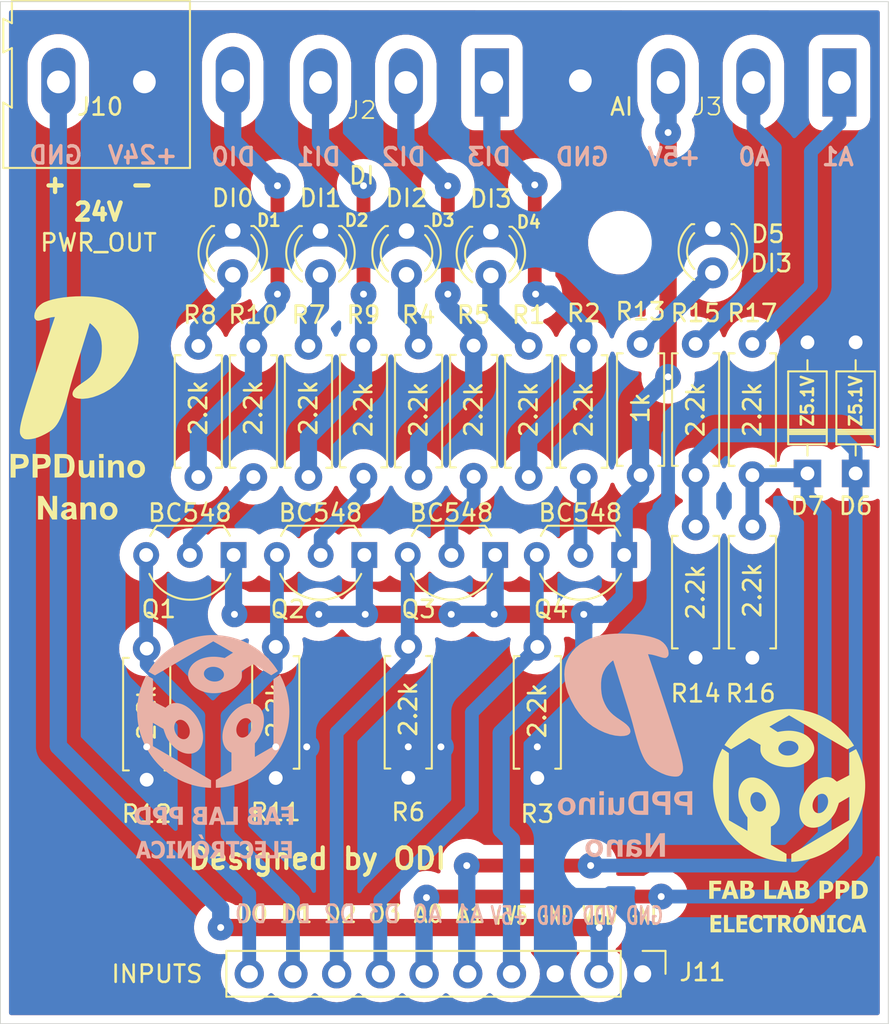
<source format=kicad_pcb>
(kicad_pcb (version 20240108) (generator "pcbnew") (generator_version "8.0")
  (layers (0 "F.Cu" signal) (31 "B.Cu" signal) (34 "B.Paste" user) (35 "F.Paste" user) (36 "B.SilkS" user "B.Silkscreen") (37 "F.SilkS" user "F.Silkscreen") (38 "B.Mask" user) (39 "F.Mask" user) (44 "Edge.Cuts" user))
  (net 0 "")
  (net 1 "/DI3m")
  (net 2 "/DI1m")
  (net 3 "GND")
  (net 4 "/DI0m")
  (net 5 "+5V")
  (net 6 "/AI0")
  (net 7 "/AI1")
  (net 8 "/DI2m")
  (net 9 "Net-(D1-A)")
  (net 10 "/AI1m")
  (net 11 "Net-(D2-A)")
  (net 12 "Net-(D3-A)")
  (net 13 "Net-(D4-A)")
  (net 14 "/DI0")
  (net 15 "/DI3")
  (net 16 "/DI1")
  (net 17 "/DI2")
  (net 18 "VDD")
  (net 19 "/AI0m")
  (net 20 "Net-(Q1-B)")
  (net 21 "Net-(Q2-B)")
  (net 22 "Net-(Q3-B)")
  (net 23 "Net-(Q4-B)")
  (net 24 "Net-(D5-A)")
  (footprint "Resistor_THT:R_Axial_DIN0207_L6.3mm_D2.5mm_P7.62mm_Horizontal" (layer "F.Cu") (at 151.1 106.51 90)
    (property "Reference" "R3" (at -2.09 0 180) (layer "F.SilkS"))
    (property "Value" "2.2k" (at 3.91 0 90) (layer "F.SilkS"))
    (pad "1" thru_hole circle (at 0 0 90) (size 1.6 1.6) (drill 0.8) (layers "*.Cu" "*.Mask") (net 3 "GND"))
    (pad "2" thru_hole oval (at 7.62 0 90) (size 1.6 1.6) (drill 0.8) (layers "*.Cu" "*.Mask") (net 1 "/DI3m"))
  )
  (footprint "Resistor_THT:R_Axial_DIN0207_L6.3mm_D2.5mm_P7.62mm_Horizontal" (layer "F.Cu") (at 137.8 89.02 90)
    (property "Reference" "R7" (at 9.42 0 180) (layer "F.SilkS"))
    (property "Value" "2.2k" (at 4.02 0 90) (layer "F.SilkS"))
    (pad "1" thru_hole circle (at 0 0 90) (size 1.6 1.6) (drill 0.8) (layers "*.Cu" "*.Mask") (net 16 "/DI1"))
    (pad "2" thru_hole oval (at 7.62 0 90) (size 1.6 1.6) (drill 0.8) (layers "*.Cu" "*.Mask") (net 11 "Net-(D2-A)"))
  )
  (footprint "Resistor_THT:R_Axial_DIN0207_L6.3mm_D2.5mm_P7.62mm_Horizontal" (layer "F.Cu") (at 141 81.38 -90)
    (property "Reference" "R9" (at -1.78 0 180) (layer "F.SilkS"))
    (property "Value" "2.2k" (at 3.72 0 90) (layer "F.SilkS"))
    (pad "1" thru_hole circle (at 0 0 270) (size 1.6 1.6) (drill 0.8) (layers "*.Cu" "*.Mask") (net 16 "/DI1"))
    (pad "2" thru_hole oval (at 7.62 0 270) (size 1.6 1.6) (drill 0.8) (layers "*.Cu" "*.Mask") (net 21 "Net-(Q2-B)"))
  )
  (footprint "Logo PPDuino Nano:Logo PPDuino Nano" (layer "F.Cu") (at 124.4 85)
    (property "Reference" "G***" (hide yes))
    (property "Value" "LOGO" (hide yes))
  )
  (footprint "Resistor_THT:R_Axial_DIN0207_L6.3mm_D2.5mm_P7.62mm_Horizontal" (layer "F.Cu") (at 147.4 81.38 -90)
    (property "Reference" "R5" (at -1.78 0 180) (layer "F.SilkS"))
    (property "Value" "2.2k" (at 3.72 0 90) (layer "F.SilkS"))
    (pad "1" thru_hole circle (at 0 0 270) (size 1.6 1.6) (drill 0.8) (layers "*.Cu" "*.Mask") (net 17 "/DI2"))
    (pad "2" thru_hole oval (at 7.62 0 270) (size 1.6 1.6) (drill 0.8) (layers "*.Cu" "*.Mask") (net 22 "Net-(Q3-B)"))
  )
  (footprint "Resistor_THT:R_Axial_DIN0207_L6.3mm_D2.5mm_P7.62mm_Horizontal" (layer "F.Cu") (at 144.2 89 90)
    (property "Reference" "R4" (at 9.4 0 180) (layer "F.SilkS"))
    (property "Value" "2.2k" (at 3.9 0 90) (layer "F.SilkS"))
    (pad "1" thru_hole circle (at 0 0 90) (size 1.6 1.6) (drill 0.8) (layers "*.Cu" "*.Mask") (net 17 "/DI2"))
    (pad "2" thru_hole oval (at 7.62 0 90) (size 1.6 1.6) (drill 0.8) (layers "*.Cu" "*.Mask") (net 12 "Net-(D3-A)"))
  )
  (footprint "Resistor_THT:R_Axial_DIN0207_L6.3mm_D2.5mm_P7.62mm_Horizontal" (layer "F.Cu") (at 134.6 81.4 -90)
    (property "Reference" "R10" (at -1.8 0 180) (layer "F.SilkS"))
    (property "Value" "2.2k" (at 3.6 0 90) (layer "F.SilkS"))
    (pad "1" thru_hole circle (at 0 0 270) (size 1.6 1.6) (drill 0.8) (layers "*.Cu" "*.Mask") (net 14 "/DI0"))
    (pad "2" thru_hole oval (at 7.62 0 270) (size 1.6 1.6) (drill 0.8) (layers "*.Cu" "*.Mask") (net 20 "Net-(Q1-B)"))
  )
  (footprint "Logo Fab Lab PPD Electronica:Logo Fab Lab PPD Electronica" (layer "F.Cu") (at 165.7 109)
    (property "Reference" "G***" (hide yes))
    (property "Value" "LOGO" (hide yes))
  )
  (footprint "Resistor_THT:R_Axial_DIN0207_L6.3mm_D2.5mm_P7.62mm_Horizontal" (layer "F.Cu") (at 150.6 89.02 90)
    (property "Reference" "R1" (at 9.42 0 180) (layer "F.SilkS"))
    (property "Value" "2.2k" (at 3.92 0 90) (layer "F.SilkS"))
    (pad "1" thru_hole circle (at 0 0 90) (size 1.6 1.6) (drill 0.8) (layers "*.Cu" "*.Mask") (net 15 "/DI3"))
    (pad "2" thru_hole oval (at 7.62 0 90) (size 1.6 1.6) (drill 0.8) (layers "*.Cu" "*.Mask") (net 13 "Net-(D4-A)"))
  )
  (footprint "Resistor_THT:R_Axial_DIN0207_L6.3mm_D2.5mm_P7.62mm_Horizontal" (layer "F.Cu") (at 160.3 81.29 -90)
    (property "Reference" "R15" (at -1.79 0 180) (layer "F.SilkS"))
    (property "Value" "2.2k" (at 3.81 0 90) (layer "F.SilkS"))
    (pad "1" thru_hole circle (at 0 0 270) (size 1.6 1.6) (drill 0.8) (layers "*.Cu" "*.Mask") (net 6 "/AI0"))
    (pad "2" thru_hole oval (at 7.62 0 270) (size 1.6 1.6) (drill 0.8) (layers "*.Cu" "*.Mask") (net 19 "/AI0m"))
  )
  (footprint "Resistor_THT:R_Axial_DIN0207_L6.3mm_D2.5mm_P7.62mm_Horizontal" (layer "F.Cu") (at 157.1 88.91 90)
    (property "Reference" "R13" (at 9.51 0 180) (layer "F.SilkS"))
    (property "Value" "1k" (at 3.91 0 90) (layer "F.SilkS"))
    (pad "1" thru_hole circle (at 0 0 90) (size 1.6 1.6) (drill 0.8) (layers "*.Cu" "*.Mask") (net 5 "+5V"))
    (pad "2" thru_hole oval (at 7.62 0 90) (size 1.6 1.6) (drill 0.8) (layers "*.Cu" "*.Mask") (net 24 "Net-(D5-A)"))
  )
  (footprint "Diode_THT:D_DO-35_SOD27_P7.62mm_Horizontal" (layer "F.Cu") (at 169.6 88.81 90)
    (property "Reference" "D6" (at -1.89 0 180) (layer "F.SilkS"))
    (property "Value" "Z5.1V" (at 4.21 0 90) (layer "F.SilkS") (effects (font (size 0.7 0.7))))
    (pad "1" thru_hole rect (at 0 0 90) (size 1.6 1.6) (drill 0.8) (layers "*.Cu" "*.Mask") (net 19 "/AI0m"))
    (pad "2" thru_hole oval (at 7.62 0 90) (size 1.6 1.6) (drill 0.8) (layers "*.Cu" "*.Mask") (net 3 "GND"))
  )
  (footprint "LED_THT:LED_D3.0mm_IRBlack" (layer "F.Cu") (at 143.5 74.725 -90)
    (property "Reference" "D3" (at -0.625 -2.1 180) (layer "F.SilkS") (effects (font (size 0.7 0.7))))
    (property "Value" "DI2" (at -1.915 0 180) (layer "F.SilkS"))
    (pad "1" thru_hole rect (at 0 0 270) (size 1.8 1.8) (drill 0.9) (layers "*.Cu" "*.Mask") (net 3 "GND"))
    (pad "2" thru_hole circle (at 2.54 0 270) (size 1.8 1.8) (drill 0.9) (layers "*.Cu" "*.Mask") (net 12 "Net-(D3-A)"))
  )
  (footprint "Borneras:TerminalBlock_Altech_AK300-2_P5.00mm" (layer "F.Cu") (at 128.265 66.0575 180)
    (property "Reference" "J10" (at 2.565 -1.4425 0) (layer "F.SilkS"))
    (property "Value" "PWR_OUT" (at 2.665 -9.3425 0) (layer "F.SilkS"))
    (pad "1" thru_hole rect (at 0 0 180) (size 1.98 3.96) (drill 1.32) (layers "*.Cu" "*.Mask") (net 3 "GND"))
    (pad "2" thru_hole oval (at 5 0 180) (size 1.98 3.96) (drill 1.32) (layers "*.Cu" "*.Mask") (net 18 "VDD"))
  )
  (footprint "Resistor_THT:R_Axial_DIN0207_L6.3mm_D2.5mm_P7.62mm_Horizontal" (layer "F.Cu") (at 143.6 106.5 90)
    (property "Reference" "R6" (at -2 0 180) (layer "F.SilkS"))
    (property "Value" "2.2k" (at 4 0 90) (layer "F.SilkS"))
    (pad "1" thru_hole circle (at 0 0 90) (size 1.6 1.6) (drill 0.8) (layers "*.Cu" "*.Mask") (net 3 "GND"))
    (pad "2" thru_hole oval (at 7.62 0 90) (size 1.6 1.6) (drill 0.8) (layers "*.Cu" "*.Mask") (net 8 "/DI2m"))
  )
  (footprint "Package_TO_SOT_THT:TO-92L_Inline_Wide" (layer "F.Cu") (at 156.15 93.55 180)
    (property "Reference" "Q4" (at 4.25 -3.15 0) (layer "F.SilkS"))
    (property "Value" "BC548" (at 2.55 2.45 0) (layer "F.SilkS"))
    (pad "1" thru_hole rect (at 0 0 180) (size 1.5 1.5) (drill 0.8) (layers "*.Cu" "*.Mask") (net 5 "+5V"))
    (pad "2" thru_hole circle (at 2.54 0 180) (size 1.5 1.5) (drill 0.8) (layers "*.Cu" "*.Mask") (net 23 "Net-(Q4-B)"))
    (pad "3" thru_hole circle (at 5.08 0 180) (size 1.5 1.5) (drill 0.8) (layers "*.Cu" "*.Mask") (net 1 "/DI3m"))
  )
  (footprint "Borneras:TerminalBlock_Altech_AK300-4_P5.00mm" (layer "F.Cu") (at 168.7 65.99 180)
    (property "Reference" "J3" (at 7.7 -1.51 0) (layer "F.SilkS") (effects (font (thickness 0.1))))
    (property "Value" "AI" (at 12.7 -1.51 0) (layer "F.SilkS"))
    (pad "1" thru_hole rect (at 0.04 -0.1 180) (size 1.98 3.96) (drill 1.32) (layers "*.Cu" "*.Mask") (net 7 "/AI1"))
    (pad "2" thru_hole oval (at 5.04 -0.1 180) (size 1.98 3.96) (drill 1.32) (layers "*.Cu" "*.Mask") (net 6 "/AI0"))
    (pad "3" thru_hole oval (at 10 -0.1 180) (size 1.98 3.96) (drill 1.32) (layers "*.Cu" "*.Mask") (net 5 "+5V"))
    (pad "4" thru_hole oval (at 15.1 0 180) (size 1.98 3.96) (drill 1.32) (layers "*.Cu" "*.Mask") (net 3 "GND"))
  )
  (footprint "Borneras:TerminalBlock_Altech_AK300-4_P5.00mm" (layer "F.Cu") (at 148.5 65.99 180)
    (property "Reference" "J2" (at 7.6 -1.71 0) (layer "F.SilkS") (effects (font (thickness 0.1))))
    (property "Value" "DI" (at 7.6 -5.51 0) (layer "F.SilkS"))
    (pad "1" thru_hole rect (at 0.04 -0.1 180) (size 1.98 3.96) (drill 1.32) (layers "*.Cu" "*.Mask") (net 15 "/DI3"))
    (pad "2" thru_hole oval (at 5.04 -0.1 180) (size 1.98 3.96) (drill 1.32) (layers "*.Cu" "*.Mask") (net 17 "/DI2"))
    (pad "3" thru_hole oval (at 10 -0.1 180) (size 1.98 3.96) (drill 1.32) (layers "*.Cu" "*.Mask") (net 16 "/DI1"))
    (pad "4" thru_hole oval (at 15.1 0 180) (size 1.98 3.96) (drill 1.32) (layers "*.Cu" "*.Mask") (net 14 "/DI0"))
  )
  (footprint "Package_TO_SOT_THT:TO-92L_Inline_Wide" (layer "F.Cu") (at 133.45 93.55 180)
    (property "Reference" "Q1" (at 4.35 -3.15 0) (layer "F.SilkS"))
    (property "Value" "BC548" (at 2.54 2.45 0) (layer "F.SilkS"))
    (pad "1" thru_hole rect (at 0 0 180) (size 1.5 1.5) (drill 0.8) (layers "*.Cu" "*.Mask") (net 5 "+5V"))
    (pad "2" thru_hole circle (at 2.54 0 180) (size 1.5 1.5) (drill 0.8) (layers "*.Cu" "*.Mask") (net 20 "Net-(Q1-B)"))
    (pad "3" thru_hole circle (at 5.08 0 180) (size 1.5 1.5) (drill 0.8) (layers "*.Cu" "*.Mask") (net 4 "/DI0m"))
  )
  (footprint "Resistor_THT:R_Axial_DIN0207_L6.3mm_D2.5mm_P7.62mm_Horizontal" (layer "F.Cu") (at 128.4 106.61 90)
    (property "Reference" "R12" (at -1.99 0 180) (layer "F.SilkS"))
    (property "Value" "2.2k" (at 3.91 0 90) (layer "F.SilkS"))
    (pad "1" thru_hole circle (at 0 0 90) (size 1.6 1.6) (drill 0.8) (layers "*.Cu" "*.Mask") (net 3 "GND"))
    (pad "2" thru_hole oval (at 7.62 0 90) (size 1.6 1.6) (drill 0.8) (layers "*.Cu" "*.Mask") (net 4 "/DI0m"))
  )
  (footprint "Resistor_THT:R_Axial_DIN0207_L6.3mm_D2.5mm_P7.62mm_Horizontal" (layer "F.Cu") (at 163.6 91.9 -90)
    (property "Reference" "R16" (at 9.7 0.1 180) (layer "F.SilkS"))
    (property "Value" "2.2k" (at 3.7 0 90) (layer "F.SilkS"))
    (pad "1" thru_hole circle (at 0 0 270) (size 1.6 1.6) (drill 0.8) (layers "*.Cu" "*.Mask") (net 10 "/AI1m"))
    (pad "2" thru_hole oval (at 7.62 0 270) (size 1.6 1.6) (drill 0.8) (layers "*.Cu" "*.Mask") (net 3 "GND"))
  )
  (footprint "Resistor_THT:R_Axial_DIN0207_L6.3mm_D2.5mm_P7.62mm_Horizontal" (layer "F.Cu") (at 163.6 81.29 -90)
    (property "Reference" "R17" (at -1.79 0 0) (layer "F.SilkS"))
    (property "Value" "2.2k" (at 3.81 0 90) (layer "F.SilkS"))
    (pad "1" thru_hole circle (at 0 0 270) (size 1.6 1.6) (drill 0.8) (layers "*.Cu" "*.Mask") (net 7 "/AI1"))
    (pad "2" thru_hole oval (at 7.62 0 270) (size 1.6 1.6) (drill 0.8) (layers "*.Cu" "*.Mask") (net 10 "/AI1m"))
  )
  (footprint "Diode_THT:D_DO-35_SOD27_P7.62mm_Horizontal" (layer "F.Cu") (at 166.8 88.81 90)
    (property "Reference" "D7" (at -1.89 0 0) (layer "F.SilkS"))
    (property "Value" "Z5.1V" (at 4.21 0 90) (layer "F.SilkS") (effects (font (size 0.7 0.7))))
    (pad "1" thru_hole rect (at 0 0 90) (size 1.6 1.6) (drill 0.8) (layers "*.Cu" "*.Mask") (net 10 "/AI1m"))
    (pad "2" thru_hole oval (at 7.62 0 90) (size 1.6 1.6) (drill 0.8) (layers "*.Cu" "*.Mask") (net 3 "GND"))
  )
  (footprint "LED_THT:LED_D3.0mm_IRBlack" (layer "F.Cu") (at 148.4 74.766421 -90)
    (property "Reference" "D4" (at -0.566421 -2.2 0) (layer "F.SilkS") (effects (font (size 0.7 0.7))))
    (property "Value" "DI3" (at -1.915 0 0) (layer "F.SilkS"))
    (pad "1" thru_hole rect (at 0 0 270) (size 1.8 1.8) (drill 0.9) (layers "*.Cu" "*.Mask") (net 3 "GND"))
    (pad "2" thru_hole circle (at 2.54 0 270) (size 1.8 1.8) (drill 0.9) (layers "*.Cu" "*.Mask") (net 13 "Net-(D4-A)"))
  )
  (footprint "MountingHole:MountingHole_3.2mm_M3" (layer "F.Cu") (at 155.9 75.4)
    (property "Reference" "REF**" (hide yes))
    (property "Value" "MountingHole_3.2mm_M3" (hide yes))
    (pad "" np_thru_hole circle (at 0 0) (size 3.2 3.2) (drill 3.2) (layers "*.Cu" "*.Mask"))
  )
  (footprint "LED_THT:LED_D3.0mm_IRBlack" (layer "F.Cu") (at 161.3 74.615 -90)
    (property "Reference" "D5" (at 0.285 -3.2 0) (layer "F.SilkS"))
    (property "Value" "DI3" (at 1.985 -3.4 0) (layer "F.SilkS"))
    (pad "1" thru_hole rect (at 0 0 270) (size 1.8 1.8) (drill 0.9) (layers "*.Cu" "*.Mask") (net 3 "GND"))
    (pad "2" thru_hole circle (at 2.54 0 270) (size 1.8 1.8) (drill 0.9) (layers "*.Cu" "*.Mask") (net 24 "Net-(D5-A)"))
  )
  (footprint "Resistor_THT:R_Axial_DIN0207_L6.3mm_D2.5mm_P7.62mm_Horizontal" (layer "F.Cu") (at 160.3 91.9 -90)
    (property "Reference" "R14" (at 9.7 0 180) (layer "F.SilkS"))
    (property "Value" "2.2k" (at 3.81 0 90) (layer "F.SilkS"))
    (pad "1" thru_hole circle (at 0 0 270) (size 1.6 1.6) (drill 0.8) (layers "*.Cu" "*.Mask") (net 19 "/AI0m"))
    (pad "2" thru_hole oval (at 7.62 0 270) (size 1.6 1.6) (drill 0.8) (layers "*.Cu" "*.Mask") (net 3 "GND"))
  )
  (footprint "LED_THT:LED_D3.0mm_IRBlack" (layer "F.Cu") (at 133.4 74.725 -90)
    (property "Reference" "D1" (at -0.625 -2.1 180) (layer "F.SilkS") (effects (font (size 0.7 0.7))))
    (property "Value" "DI0" (at -1.915 0 180) (layer "F.SilkS"))
    (pad "1" thru_hole rect (at 0 0 270) (size 1.8 1.8) (drill 0.9) (layers "*.Cu" "*.Mask") (net 3 "GND"))
    (pad "2" thru_hole circle (at 2.54 0 270) (size 1.8 1.8) (drill 0.9) (layers "*.Cu" "*.Mask") (net 9 "Net-(D1-A)"))
  )
  (footprint "Package_TO_SOT_THT:TO-92L_Inline_Wide" (layer "F.Cu") (at 141.05 93.55 180)
    (property "Reference" "Q2" (at 4.45 -3.15 0) (layer "F.SilkS"))
    (property "Value" "BC548" (at 2.55 2.45 0) (layer "F.SilkS"))
    (pad "1" thru_hole rect (at 0 0 180) (size 1.5 1.5) (drill 0.8) (layers "*.Cu" "*.Mask") (net 5 "+5V"))
    (pad "2" thru_hole circle (at 2.54 0 180) (size 1.5 1.5) (drill 0.8) (layers "*.Cu" "*.Mask") (net 21 "Net-(Q2-B)"))
    (pad "3" thru_hole circle (at 5.08 0 180) (size 1.5 1.5) (drill 0.8) (layers "*.Cu" "*.Mask") (net 2 "/DI1m"))
  )
  (footprint "Package_TO_SOT_THT:TO-92L_Inline_Wide" (layer "F.Cu") (at 148.65 93.55 180)
    (property "Reference" "Q3" (at 4.45 -3.15 0) (layer "F.SilkS"))
    (property "Value" "BC548" (at 2.54 2.45 0) (layer "F.SilkS"))
    (pad "1" thru_hole rect (at 0 0 180) (size 1.5 1.5) (drill 0.8) (layers "*.Cu" "*.Mask") (net 5 "+5V"))
    (pad "2" thru_hole circle (at 2.54 0 180) (size 1.5 1.5) (drill 0.8) (layers "*.Cu" "*.Mask") (net 22 "Net-(Q3-B)"))
    (pad "3" thru_hole circle (at 5.08 0 180) (size 1.5 1.5) (drill 0.8) (layers "*.Cu" "*.Mask") (net 8 "/DI2m"))
  )
  (footprint "Resistor_THT:R_Axial_DIN0207_L6.3mm_D2.5mm_P7.62mm_Horizontal" (layer "F.Cu") (at 153.8 81.4 -90)
    (property "Reference" "R2" (at -1.9 0 180) (layer "F.SilkS"))
    (property "Value" "2.2k" (at 3.7 0 90) (layer "F.SilkS"))
    (pad "1" thru_hole circle (at 0 0 270) (size 1.6 1.6) (drill 0.8) (layers "*.Cu" "*.Mask") (net 15 "/DI3"))
    (pad "2" thru_hole oval (at 7.62 0 270) (size 1.6 1.6) (drill 0.8) (layers "*.Cu" "*.Mask") (net 23 "Net-(Q4-B)"))
  )
  (footprint "LED_THT:LED_D3.0mm_IRBlack" (layer "F.Cu") (at 138.5 74.725 -90)
    (property "Reference" "D2" (at -0.625 -2.1 180) (layer "F.SilkS") (effects (font (size 0.7 0.7))))
    (property "Value" "DI1" (at -1.915 0 180) (layer "F.SilkS"))
    (pad "1" thru_hole rect (at 0 0 270) (size 1.8 1.8) (drill 0.9) (layers "*.Cu" "*.Mask") (net 3 "GND"))
    (pad "2" thru_hole circle (at 2.54 0 270) (size 1.8 1.8) (drill 0.9) (layers "*.Cu" "*.Mask") (net 11 "Net-(D2-A)"))
  )
  (footprint "Connector_PinHeader_2.54mm:PinHeader_1x10_P2.54mm_Vertical" (layer "F.Cu") (at 157.22 117.89 -90)
    (property "Reference" "J11" (at -0.09 -3.48 180) (layer "F.SilkS"))
    (property "Value" "INPUTS" (at 0.01 28.22 180) (layer "F.SilkS"))
    (pad "1" thru_hole rect (at 0 0 270) (size 1.7 1.7) (drill 1) (layers "*.Cu" "*.Mask") (net 3 "GND"))
    (pad "2" thru_hole oval (at 0 2.54 270) (size 1.7 1.7) (drill 1) (layers "*.Cu" "*.Mask") (net 18 "VDD"))
    (pad "3" thru_hole oval (at 0 5.08 270) (size 1.7 1.7) (drill 1) (layers "*.Cu" "*.Mask") (net 3 "GND"))
    (pad "4" thru_hole oval (at 0 7.62 270) (size 1.7 1.7) (drill 1) (layers "*.Cu" "*.Mask") (net 5 "+5V"))
    (pad "5" thru_hole oval (at 0 10.16 270) (size 1.7 1.7) (drill 1) (layers "*.Cu" "*.Mask") (net 10 "/AI1m"))
    (pad "6" thru_hole oval (at 0 12.7 270) (size 1.7 1.7) (drill 1) (layers "*.Cu" "*.Mask") (net 19 "/AI0m"))
    (pad "7" thru_hole oval (at 0 15.24 270) (size 1.7 1.7) (drill 1) (layers "*.Cu" "*.Mask") (net 1 "/DI3m"))
    (pad "8" thru_hole oval (at 0 17.78 270) (size 1.7 1.7) (drill 1) (layers "*.Cu" "*.Mask") (net 8 "/DI2m"))
    (pad "9" thru_hole oval (at 0 20.32 270) (size 1.7 1.7) (drill 1) (layers "*.Cu" "*.Mask") (net 2 "/DI1m"))
    (pad "10" thru_hole oval (at 0 22.86 270) (size 1.7 1.7) (drill 1) (layers "*.Cu" "*.Mask") (net 4 "/DI0m"))
  )
  (footprint "Resistor_THT:R_Axial_DIN0207_L6.3mm_D2.5mm_P7.62mm_Horizontal" (layer "F.Cu") (at 131.4 89.02 90)
    (property "Reference" "R8" (at 9.42 0.1 180) (layer "F.SilkS"))
    (property "Value" "2.2k" (at 4.02 0 90) (layer "F.SilkS"))
    (pad "1" thru_hole circle (at 0 0 90) (size 1.6 1.6) (drill 0.8) (layers "*.Cu" "*.Mask") (net 14 "/DI0"))
    (pad "2" thru_hole oval (at 7.62 0 90) (size 1.6 1.6) (drill 0.8) (layers "*.Cu" "*.Mask") (net 9 "Net-(D1-A)"))
  )
  (footprint "Resistor_THT:R_Axial_DIN0207_L6.3mm_D2.5mm_P7.62mm_Horizontal" (layer "F.Cu") (at 135.9 106.51 90)
    (property "Reference" "R11" (at -1.99 0 180) (layer "F.SilkS"))
    (property "Value" "2.2k" (at 3.91 0 90) (layer "F.SilkS"))
    (pad "1" thru_hole circle (at 0 0 90) (size 1.6 1.6) (drill 0.8) (layers "*.Cu" "*.Mask") (net 3 "GND"))
    (pad "2" thru_hole oval (at 7.62 0 90) (size 1.6 1.6) (drill 0.8) (layers "*.Cu" "*.Mask") (net 2 "/DI1m"))
  )
  (footprint "Logo Fab Lab PPD Electronica:Logo Fab Lab PPD Electronica" (layer "B.Cu") (at 132.3 104.7 180)
    (property "Reference" "G***" (hide yes))
    (property "Value" "LOGO" (hide yes))
  )
  (footprint "Logo PPDuino Nano:Logo PPDuino Nano" (layer "B.Cu") (at 156.2 104.6 180)
    (property "Reference" "G***" (hide yes))
    (property "Value" "LOGO" (hide yes))
  )
  (gr_rect (start 119.9 61.39) (end 171.5 120.79) (stroke (width 0.05)) (fill none) (layer "Edge.Cuts"))
  (gr_text "+24V  GND" (at 130.3 70.9 0) (layer "B.SilkS") (effects (font (size 1 1) (thickness 0.2) (bold yes)) (justify left bottom mirror)))
  (gr_text "A1 A0 D3 D2 D1 D0" (at 148.1 115 0) (layer "B.SilkS") (effects (font (size 1 0.95)) (justify left bottom mirror)))
  (gr_text "GND VDD GND +5V" (at 158.5 115.1 0) (layer "B.SilkS") (effects (font (size 1 0.7)) (justify left bottom mirror)))
  (gr_text "+5V   GND" (at 160.7 71 0) (layer "B.SilkS") (effects (font (size 1 1) (thickness 0.2) (bold yes)) (justify left bottom mirror)))
  (gr_text "A1    A0" (at 169.6 71 0) (layer "B.SilkS") (effects (font (size 1 1) (thickness 0.2) (bold yes)) (justify left bottom mirror)))
  (gr_text "DI3   DI2   DI1   DI0" (at 149.7 71 0) (layer "B.SilkS") (effects (font (size 1 1.05) (thickness 0.2) (bold yes)) (justify left bottom mirror)))
  (gr_text "Designed by ODI" (at 130.7 111.9 0) (layer "F.SilkS") (effects (font (size 1.2 1.2) (thickness 0.24) (bold yes)) (justify left bottom)))
  (gr_text "D0 D1 D2 D3 A0 A1" (at 133.5 115 0) (layer "F.SilkS") (effects (font (size 1 0.95)) (justify left bottom)))
  (gr_text "+     -\n24V" (at 125.6 74.2 0) (layer "F.SilkS") (effects (font (size 1 1) (thickness 0.25) (bold yes)) (justify bottom)))
  (gr_text "+V5 GND VDD GND" (at 148.3 115.1 0) (layer "F.SilkS") (effects (font (size 1 0.7)) (justify left bottom)))
  (segment (start 141.98 113.62) (end 147.3 108.3) (width 0.8) (layer "B.Cu") (net 1))
  (segment (start 141.98 117.89) (end 141.98 113.62) (width 0.8) (layer "B.Cu") (net 1))
  (segment (start 151.1 98.9) (end 151.1 98.89) (width 0.8) (layer "B.Cu") (net 1))
  (segment (start 151.07 93.55) (end 151.07 98.86) (width 0.8) (layer "B.Cu") (net 1))
  (segment (start 151.07 98.86) (end 151.1 98.89) (width 0.8) (layer "B.Cu") (net 1))
  (segment (start 147.3 108.3) (end 147.3 102.7) (width 0.8) (layer "B.Cu") (net 1))
  (segment (start 147.3 102.7) (end 151.1 98.9) (width 0.8) (layer "B.Cu") (net 1))
  (segment (start 135.97 98.82) (end 135.9 98.89) (width 0.8) (layer "B.Cu") (net 2))
  (segment (start 135.9 100.1) (end 133.1 102.9) (width 0.8) (layer "B.Cu") (net 2))
  (segment (start 135.9 93.62) (end 135.97 93.55) (width 0.8) (layer "B.Cu") (net 2))
  (segment (start 133.1 102.9) (end 133.1 109.8) (width 0.8) (layer "B.Cu") (net 2))
  (segment (start 133.1 109.8) (end 136.9 113.6) (width 0.8) (layer "B.Cu") (net 2))
  (segment (start 135.97 93.55) (end 135.97 98.82) (width 0.8) (layer "B.Cu") (net 2))
  (segment (start 136.9 113.6) (end 136.9 117.89) (width 0.8) (layer "B.Cu") (net 2))
  (segment (start 135.9 98.89) (end 135.9 100.1) (width 0.8) (layer "B.Cu") (net 2))
  (segment (start 145.5 104.7) (end 151.1 104.7) (width 1) (layer "F.Cu") (net 3))
  (segment (start 128.4 104.7) (end 135.9 104.7) (width 1) (layer "F.Cu") (net 3))
  (segment (start 137.7 104.7) (end 143.6 104.7) (width 1) (layer "F.Cu") (net 3))
  (via (at 143.6 104.7) (size 1.5) (drill 0.4) (layers "F.Cu" "B.Cu") (net 3))
  (via (at 151.1 104.7) (size 1.5) (drill 0.4) (layers "F.Cu" "B.Cu") (net 3))
  (via (at 135.9 104.7) (size 1.5) (drill 0.4) (layers "F.Cu" "B.Cu") (net 3))
  (via (at 137.7 104.7) (size 1.5) (drill 0.4) (layers "F.Cu" "B.Cu") (net 3))
  (via (at 145.5 104.7) (size 1.5) (drill 0.4) (layers "F.Cu" "B.Cu") (net 3))
  (via (at 128.4 104.7) (size 1.5) (drill 0.4) (layers "F.Cu" "B.Cu") (net 3))
  (segment (start 158.2 98.2) (end 158.2 90.8) (width 0.8) (layer "B.Cu") (net 3))
  (segment (start 125.9 102.1) (end 128.4 104.6) (width 1) (layer "B.Cu") (net 3))
  (segment (start 129.735 74.715) (end 128.06 76.39) (width 1) (layer "B.Cu") (net 3))
  (segment (start 153.6 68.9) (end 153.6 70.4) (width 1) (layer "B.Cu") (net 3))
  (segment (start 160.3 99.52) (end 160.28 99.5) (width 1) (layer "B.Cu") (net 3))
  (segment (start 129.9 74.715) (end 129.735 74.715) (width 1) (layer "B.Cu") (net 3))
  (segment (start 133.4 74.725) (end 138.5 74.725) (width 1) (layer "B.Cu") (net 3))
  (segment (start 158.2 100.1) (end 158.2 99.6) (width 1) (layer "B.Cu") (net 3))
  (segment (start 158.3 99.5) (end 158.2 99.4) (width 0.8) (layer "B.Cu") (net 3))
  (segment (start 135.9 106.51) (end 135.9 104.7) (width 1) (layer "B.Cu") (net 3))
  (segment (start 128.085 74.715) (end 128.06 74.69) (width 1) (layer "B.Cu") (net 3))
  (segment (start 157.22 117.89) (end 157.2 117.87) (width 1) (layer "B.Cu") (net 3))
  (segment (start 158.7 86.6) (end 160.9 84.4) (width 0.8) (layer "B.Cu") (net 3))
  (segment (start 150.733579 74.766421) (end 153.6 71.9) (width 1) (layer "B.Cu") (net 3))
  (segment (start 138.5 74.725) (end 143.5 74.725) (width 1) (layer "B.Cu") (net 3))
  (segment (start 158.2 90.8) (end 158.7 90.3) (width 0.8) (layer "B.Cu") (net 3))
  (segment (start 152.14 106.55) (end 152.1 106.51) (width 1) (layer "B.Cu") (net 3))
  (segment (start 143.6 106.5) (end 143.6 104.7) (width 1) (layer "B.Cu") (net 3))
  (segment (start 143.6 104.7) (end 145.5 104.7) (width 1) (layer "B.Cu") (net 3))
  (segment (start 159.5 99.5) (end 158.3 99.5) (width 1) (layer "B.Cu") (net 3))
  (segment (start 158.2 101) (end 158.2 100.1) (width 1) (layer "B.Cu") (net 3))
  (segment (start 135.9 104.7) (end 137.7 104.7) (width 1) (layer "B.Cu") (net 3))
  (segment (start 128.4 104.6) (end 128.4 104.7) (width 1) (layer "B.Cu") (net 3))
  (segment (start 163.6 99.52) (end 162.5 99.52) (width 1) (layer "B.Cu") (net 3))
  (segment (start 155.1 70.4) (end 153.6 70.4) (width 1) (layer "B.Cu") (net 3))
  (segment (start 152.14 117.89) (end 152.14 113.4) (width 1) (layer "B.Cu") (net 3))
  (segment (start 169.6 81.19) (end 166.8 81.19) (width 1) (layer "B.Cu") (net 3))
  (segment (start 158.2 100.1) (end 158.2 98.2) (width 1) (layer "B.Cu") (net 3))
  (segment (start 165.4 84.4) (end 166.8 83) (width 1) (layer "B.Cu") (net 3))
  (segment (start 151.1 106.51) (end 151.1 104.7) (width 1) (layer "B.Cu") (net 3))
  (segment (start 155.1 70.4) (end 153.6 68.9) (width 1) (layer "B.Cu") (net 3))
  (segment (start 153.6 70.4) (end 153.6 71.9) (width 1) (layer "B.Cu") (net 3))
  (segment (start 158.7 90.3) (end 158.7 86.6) (width 0.8) (layer "B.Cu") (net 3))
  (segment (start 158.2 99.4) (end 158.2 98.2) (width 0.8) (layer "B.Cu") (net 3))
  (segment (start 152.79 106.51) (end 158.2 101.1) (width 1) (layer "B.Cu") (net 3))
  (segment (start 166.8 83) (end 166.8 81.19) (width 1) (layer "B.Cu") (net 3))
  (segment (start 148.358579 74.725) (end 148.4 74.766421) (width 1) (layer "B.Cu") (net 3))
  (segment (start 129.685 74.715) (end 128.06 73.09) (width 1) (layer "B.Cu") (net 3))
  (segment (start 159.5 99.7) (end 159.5 99.5) (width 1) (layer "B.Cu") (net 3))
  (segment (start 157.085 70.4) (end 155.1 70.4) (width 1) (layer "B.Cu") (net 3))
  (segment (start 128.06 66.2625) (end 128.06 73.09) (width 1) (layer "B.Cu") (net 3))
  (segment (start 128.06 73.09) (end 128.06 74.69) (width 1) (layer "B.Cu") (net 3))
  (segment (start 152.1 106.51) (end 152.79 106.51) (width 1) (layer "B.Cu") (net 3))
  (segment (start 151.1 106.51) (end 152.1 106.51) (width 1) (layer "B.Cu") (net 3))
  (segment (start 153.6 65.99) (end 153.6 68.9) (width 1) (layer "B.Cu") (net 3))
  (segment (start 158.2 99.6) (end 158.3 99.5) (width 1) (layer "B.Cu") (net 3))
  (segment (start 161.3 74.615) (end 157.085 70.4) (width 1) (layer "B.Cu") (net 3))
  (segment (start 148.4 74.766421) (end 150.733579 74.766421) (width 1) (layer "B.Cu") (net 3))
  (segment (start 128.06 76.39) (end 125.9 78.55) (width 1) (layer "B.Cu") (net 3))
  (segment (start 161.215 74.7) (end 161.3 74.615) (width 1) (layer "B.Cu") (net 3))
  (segment (start 159.5 99.5) (end 158.2 98.2) (width 1) (layer "B.Cu") (net 3))
  (segment (start 128.4 104.7) (end 128.4 106.61) (width 1) (layer "B.Cu") (net 3))
  (segment (start 157.2 117.87) (end 157.2 115.2) (width 1) (layer "B.Cu") (net 3))
  (segment (start 129.91 74.725) (end 133.4 74.725) (width 1) (layer "B.Cu") (net 3))
  (segment (start 125.9 78.55) (end 125.9 102.1) (width 1) (layer "B.Cu") (net 3))
  (segment (start 143.5 74.725) (end 148.358579 74.725) (width 1) (layer "B.Cu") (net 3))
  (segment (start 160.28 99.5) (end 159.5 99.5) (width 1) (layer "B.Cu") (net 3))
  (segment (start 155.4 113.4) (end 152.14 113.4) (width 1) (layer "B.Cu") (net 3))
  (segment (start 129.9 74.715) (end 128.085 74.715) (width 1) (layer "B.Cu") (net 3))
  (segment (start 158.2 101) (end 159.5 99.7) (width 1) (layer "B.Cu") (net 3))
  (segment (start 162.5 99.52) (end 160.3 99.52) (width 1) (layer "B.Cu") (net 3))
  (segment (start 129.735 74.715) (end 129.685 74.715) (width 1) (layer "B.Cu") (net 3))
  (segment (start 129.9 74.715) (end 129.91 74.725) (width 1) (layer "B.Cu") (net 3))
  (segment (start 128.265 66.0575) (end 128.06 66.2625) (width 1) (layer "B.Cu") (net 3))
  (segment (start 160.9 84.4) (end 165.4 84.4) (width 1) (layer "B.Cu") (net 3))
  (segment (start 128.06 74.69) (end 128.06 76.39) (width 1) (layer "B.Cu") (net 3))
  (segment (start 153.6 71.9) (end 155.1 70.4) (width 1) (layer "B.Cu") (net 3))
  (segment (start 158.2 101.1) (end 158.2 101) (width 1) (layer "B.Cu") (net 3))
  (segment (start 152.14 113.4) (end 152.14 106.55) (width 1) (layer "B.Cu") (net 3))
  (segment (start 157.2 115.2) (end 155.4 113.4) (width 1) (layer "B.Cu") (net 3))
  (segment (start 134.36 113.26) (end 131.4 110.3) (width 0.8) (layer "B.Cu") (net 4))
  (segment (start 131.4 110.3) (end 131.4 102.9) (width 0.8) (layer "B.Cu") (net 4))
  (segment (start 134.36 117.89) (end 134.36 113.26) (width 0.8) (layer "B.Cu") (net 4))
  (segment (start 128.37 98.96) (end 128.4 98.99) (width 0.8) (layer "B.Cu") (net 4))
  (segment (start 128.37 93.55) (end 128.37 98.96) (width 0.8) (layer "B.Cu") (net 4))
  (segment (start 128.4 99.9) (end 128.4 98.99) (width 0.8) (layer "B.Cu") (net 4))
  (segment (start 131.4 102.9) (end 128.4 99.9) (width 0.8) (layer "B.Cu") (net 4))
  (segment (start 138.4 97) (end 133.5 97) (width 1) (layer "F.Cu") (net 5))
  (segment (start 153.8 97) (end 148.6 97) (width 1) (layer "F.Cu") (net 5))
  (segment (start 146.1 97) (end 141.1 97) (width 1) (layer "F.Cu") (net 5))
  (segment (start 158.7 69) (end 158.7 83.2) (width 1) (layer "F.Cu") (net 5))
  (via (at 153.8 97) (size 1.5) (drill 0.4) (layers "F.Cu" "B.Cu") (net 5))
  (via (at 141.1 97) (size 1.5) (drill 0.4) (layers "F.Cu" "B.Cu") (net 5))
  (via (at 148.6 97) (size 1.5) (drill 0.4) (layers "F.Cu" "B.Cu") (net 5))
  (via (at 146.1 97) (size 1.5) (drill 0.4) (layers "F.Cu" "B.Cu") (net 5))
  (via (at 158.7 83.2) (size 1.5) (drill 0.4) (layers "F.Cu" "B.Cu") (net 5))
  (via (at 133.5 97) (size 1.5) (drill 0.4) (layers "F.Cu" "B.Cu") (net 5))
  (via (at 138.4 97) (size 1.5) (drill 0.4) (layers "F.Cu" "B.Cu") (net 5))
  (via (at 158.7 69) (size 1.5) (drill 0.4) (layers "F.Cu" "B.Cu") (net 5))
  (segment (start 149.6 110.1) (end 149 109.5) (width 1) (layer "B.Cu") (net 5))
  (segment (start 156.15 93.55) (end 156.15 95.95) (width 1) (layer "B.Cu") (net 5))
  (segment (start 158.7 83.2) (end 157.1 84.8) (width 1) (layer "B.Cu") (net 5))
  (segment (start 156.15 95.95) (end 155.1 97) (width 1) (layer "B.Cu") (net 5))
  (segment (start 149.6 117.89) (end 149.6 110.1) (width 1) (layer "B.Cu") (net 5))
  (segment (start 148.6 97) (end 146.1 97) (width 1) (layer "B.Cu") (net 5))
  (segment (start 148.65 93.55) (end 148.65 96.95) (width 1) (layer "B.Cu") (net 5))
  (segment (start 141.05 96.95) (end 141.1 97) (width 1) (layer "B.Cu") (net 5))
  (segment (start 157.1 84.8) (end 157.1 88.91) (width 1) (layer "B.Cu") (net 5))
  (segment (start 157.1 89.7) (end 157.1 88.91) (width 1) (layer "B.Cu") (net 5))
  (segment (start 149 109.5) (end 149 103.9) (width 1) (layer "B.Cu") (net 5))
  (segment (start 156.15 90.65) (end 157.1 89.7) (width 1) (layer "B.Cu") (net 5))
  (segment (start 141.1 97) (end 138.4 97) (width 1) (layer "B.Cu") (net 5))
  (segment (start 141.05 93.55) (end 141.05 96.95) (width 1) (layer "B.Cu") (net 5))
  (segment (start 156.15 93.55) (end 156.15 90.65) (width 1) (layer "B.Cu") (net 5))
  (segment (start 153.8 99.1) (end 153.8 97) (width 1) (layer "B.Cu") (net 5))
  (segment (start 133.45 93.55) (end 133.45 96.95) (width 1) (layer "B.Cu") (net 5))
  (segment (start 133.45 96.95) (end 133.5 97) (width 1) (layer "B.Cu") (net 5))
  (segment (start 148.65 96.95) (end 148.6 97) (width 1) (layer "B.Cu") (net 5))
  (segment (start 157.1 88.91) (end 157.18 88.99) (width 1) (layer "B.Cu") (net 5))
  (segment (start 149 103.9) (end 153.8 99.1) (width 1) (layer "B.Cu") (net 5))
  (segment (start 158.7 66.09) (end 158.7 69) (width 1) (layer "B.Cu") (net 5))
  (segment (start 155.1 97) (end 153.8 97) (width 1) (layer "B.Cu") (net 5))
  (segment (start 163.66 68.66) (end 164.9 69.9) (width 0.8) (layer "B.Cu") (net 6))
  (segment (start 164.9 69.9) (end 164.9 76.69) (width 0.8) (layer "B.Cu") (net 6))
  (segment (start 164.9 76.69) (end 160.3 81.29) (width 0.8) (layer "B.Cu") (net 6))
  (segment (start 163.66 66.09) (end 163.66 68.66) (width 0.8) (layer "B.Cu") (net 6))
  (segment (start 163.61 81.29) (end 163.6 81.29) (width 0.8) (layer "B.Cu") (net 7))
  (segment (start 168.66 68.45) (end 167 70.11) (width 0.8) (layer "B.Cu") (net 7))
  (segment (start 167 77.9) (end 163.61 81.29) (width 0.8) (layer "B.Cu") (net 7))
  (segment (start 167 70.11) (end 167 77.9) (width 0.8) (layer "B.Cu") (net 7))
  (segment (start 168.66 66.09) (end 168.66 68.45) (width 0.8) (layer "B.Cu") (net 7))
  (segment (start 139.44 103.86) (end 143.6 99.7) (width 0.8) (layer "B.Cu") (net 8))
  (segment (start 143.57 93.55) (end 143.6 93.58) (width 0.8) (layer "B.Cu") (net 8))
  (segment (start 143.57 93.55) (end 143.57 98.85) (width 0.8) (layer "B.Cu") (net 8))
  (segment (start 143.6 99.7) (end 143.6 98.88) (width 0.8) (layer "B.Cu") (net 8))
  (segment (start 139.44 117.89) (end 139.44 103.86) (width 0.8) (layer "B.Cu") (net 8))
  (segment (start 143.57 98.85) (end 143.6 98.88) (width 0.8) (layer "B.Cu") (net 8))
  (segment (start 133.4 78.4) (end 133.4 77.265) (width 1) (layer "B.Cu") (net 9))
  (segment (start 131.4 80.4) (end 133.4 78.4) (width 1) (layer "B.Cu") (net 9))
  (segment (start 131.4 81.4) (end 131.4 80.4) (width 1) (layer "B.Cu") (net 9))
  (segment (start 154.2 111.6) (end 147 111.6) (width 0.8) (layer "F.Cu") (net 10))
  (via (at 154.2 111.6) (size 1.5) (drill 0.4) (layers "F.Cu" "B.Cu") (net 10))
  (via (at 147 111.6) (size 1.5) (drill 0.4) (layers "F.Cu" "B.Cu") (net 10))
  (segment (start 147 111.6) (end 147 117.83) (width 1) (layer "B.Cu") (net 10))
  (segment (start 166.7 88.91) (end 166.8 88.81) (width 0.8) (layer "B.Cu") (net 10))
  (segment (start 154.2 111.6) (end 166 111.6) (width 0.8) (layer "B.Cu") (net 10))
  (segment (start 163.6 88.91) (end 163.6 91.9) (width 0.8) (layer "B.Cu") (net 10))
  (segment (start 166.8 90.1) (end 166.8 88.81) (width 0.8) (layer "B.Cu") (net 10))
  (segment (start 166 111.6) (end 167.8 109.8) (width 0.8) (layer "B.Cu") (net 10))
  (segment (start 163.6 88.91) (end 166.7 88.91) (width 0.8) (layer "B.Cu") (net 10))
  (segment (start 167.8 91.1) (end 166.8 90.1) (width 0.8) (layer "B.Cu") (net 10))
  (segment (start 167.8 109.8) (end 167.8 91.1) (width 0.8) (layer "B.Cu") (net 10))
  (segment (start 147 117.83) (end 147.06 117.89) (width 1) (layer "B.Cu") (net 10))
  (segment (start 138.5 77.265) (end 138.5 79.1) (width 1) (layer "B.Cu") (net 11))
  (segment (start 137.8 79.8) (end 137.8 81.4) (width 1) (layer "B.Cu") (net 11))
  (segment (start 138.5 79.1) (end 137.8 79.8) (width 1) (layer "B.Cu") (net 11))
  (segment (start 144.2 80.2) (end 143.5 79.5) (width 1) (layer "B.Cu") (net 12))
  (segment (start 143.5 79.5) (end 143.5 77.265) (width 1) (layer "B.Cu") (net 12))
  (segment (start 144.2 81.38) (end 144.2 80.2) (width 1) (layer "B.Cu") (net 12))
  (segment (start 148.4 77.306421) (end 148.4 79.2) (width 1) (layer "B.Cu") (net 13))
  (segment (start 148.4 79.2) (end 150.6 81.4) (width 1) (layer "B.Cu") (net 13))
  (segment (start 136 72.09) (end 136 78.39) (width 0.8) (layer "F.Cu") (net 14))
  (via (at 136 78.39) (size 1.5) (drill 0.4) (layers "F.Cu" "B.Cu") (net 14))
  (via (at 136 72.09) (size 1.5) (drill 0.4) (layers "F.Cu" "B.Cu") (net 14))
  (segment (start 134.6 83.29) (end 134.6 81.4) (width 1) (layer "B.Cu") (net 14))
  (segment (start 131.4 86.49) (end 134.6 83.29) (width 1) (layer "B.Cu") (net 14))
  (segment (start 131.4 89.02) (end 131.4 86.49) (width 1) (layer "B.Cu") (net 14))
  (segment (start 136 78.39) (end 136 78.99) (width 0.6) (layer "B.Cu") (net 14))
  (segment (start 133.4 65.99) (end 133.4 69.49) (width 1) (layer "B.Cu") (net 14))
  (segment (start 133.4 69.49) (end 136 72.09) (width 1) (layer "B.Cu") (net 14))
  (segment (start 136 78.99) (end 134.6 80.39) (width 1) (layer "B.Cu") (net 14))
  (segment (start 134.6 80.39) (end 134.6 81.4) (width 1) (layer "B.Cu") (net 14))
  (segment (start 150.95 78.34) (end 151 78.39) (width 0.6) (layer "F.Cu") (net 15))
  (segment (start 150.95 72.04) (end 150.95 78.34) (width 0.8) (layer "F.Cu") (net 15))
  (via (at 150.95 72.04) (size 1.5) (drill 0.4) (layers "F.Cu" "B.Cu") (net 15))
  (via (at 151 78.39) (size 1.5) (drill 0.4) (layers "F.Cu" "B.Cu") (net 15))
  (segment (start 151.9 78.39) (end 153.8 80.29) (width 1) (layer "B.Cu") (net 15))
  (segment (start 150.6 86.89) (end 153.8 83.69) (width 1) (layer "B.Cu") (net 15))
  (segment (start 151 78.39) (end 151.9 78.39) (width 1) (layer "B.Cu") (net 15))
  (segment (start 153.8 80.29) (end 153.8 81.4) (width 1) (layer "B.Cu") (net 15))
  (segment (start 150.95 72.04) (end 151 71.99) (width 0.6) (layer "B.Cu") (net 15))
  (segment (start 150.6 89.02) (end 150.6 86.89) (width 1) (layer "B.Cu") (net 15))
  (segment (start 150.95 72.04) (end 148.46 69.55) (width 1) (layer "B.Cu") (net 15))
  (segment (start 148.46 69.55) (end 148.46 66.09) (width 1) (layer "B.Cu") (net 15))
  (segment (start 153.8 83.69) (end 153.8 81.4) (width 1) (layer "B.Cu") (net 15))
  (segment (start 141 72.09) (end 141 78.39) (width 0.8) (layer "F.Cu") (net 16))
  (via (at 141 78.39) (size 1.5) (drill 0.4) (layers "F.Cu" "B.Cu") (net 16))
  (via (at 141 72.09) (size 1.5) (drill 0.4) (layers "F.Cu" "B.Cu") (net 16))
  (segment (start 141 81.38) (end 141 78.39) (width 1) (layer "B.Cu") (net 16))
  (segment (start 138.5 66.09) (end 138.5 69.59) (width 1) (layer "B.Cu") (net 16))
  (segment (start 138.5 69.59) (end 141 72.09) (width 1) (layer "B.Cu") (net 16))
  (segment (start 137.8 89.02) (end 137.8 86.69) (width 1) (layer "B.Cu") (net 16))
  (segment (start 137.8 86.69) (end 141 83.49) (width 1) (layer "B.Cu") (net 16))
  (segment (start 141 83.49) (end 141 81.38) (width 1) (layer "B.Cu") (net 16))
  (segment (start 145.9 72.09) (end 145.9 78.39) (width 0.8) (layer "F.Cu") (net 17))
  (via (at 145.9 72.09) (size 1.5) (drill 0.4) (layers "F.Cu" "B.Cu") (net 17))
  (via (at 145.9 78.39) (size 1.5) (drill 0.4) (layers "F.Cu" "B.Cu") (net 17))
  (segment (start 147.4 80.59) (end 147.4 81.38) (width 1) (layer "B.Cu") (net 17))
  (segment (start 145.9 78.39) (end 145.9 79.09) (width 1) (layer "B.Cu") (net 17))
  (segment (start 143.46 66.09) (end 143.46 69.65) (width 1) (layer "B.Cu") (net 17))
  (segment (start 144.2 86.89) (end 147.4 83.69) (width 1) (layer "B.Cu") (net 17))
  (segment (start 144.2 89) (end 144.2 86.89) (width 1) (layer "B.Cu") (net 17))
  (segment (start 143.46 69.65) (end 145.9 72.09) (width 1) (layer "B.Cu") (net 17))
  (segment (start 145.9 79.09) (end 147.4 80.59) (width 1) (layer "B.Cu") (net 17))
  (segment (start 147.4 83.69) (end 147.4 81.38) (width 1) (layer "B.Cu") (net 17))
  (segment (start 132.7 115.2) (end 154.7 115.2) (width 1) (layer "F.Cu") (net 18))
  (via (at 154.7 115.2) (size 1.5) (drill 0.4) (layers "F.Cu" "B.Cu") (net 18))
  (via (at 132.7 115.2) (size 1.5) (drill 0.4) (layers "F.Cu" "B.Cu") (net 18))
  (segment (start 132.7 115.2) (end 132.7 114.1) (width 1) (layer "B.Cu") (net 18))
  (segment (start 123.265 104.665) (end 123.265 66.0575) (width 1) (layer "B.Cu") (net 18))
  (segment (start 132.7 114.1) (end 123.265 104.665) (width 1) (layer "B.Cu") (net 18))
  (segment (start 154.7 115.2) (end 154.7 117.87) (width 1) (layer "B.Cu") (net 18))
  (segment (start 154.7 117.87) (end 154.68 117.89) (width 1) (layer "B.Cu") (net 18))
  (segment (start 144.72 113.4) (end 144.66 113.46) (width 0.8) (layer "F.Cu") (net 19))
  (segment (start 158.3 113.4) (end 144.72 113.4) (width 0.8) (layer "F.Cu") (net 19))
  (via (at 158.3 113.4) (size 1.5) (drill 0.4) (layers "F.Cu" "B.Cu") (net 19))
  (via (at 144.66 113.46) (size 1.5) (drill 0.4) (layers "F.Cu" "B.Cu") (net 19))
  (segment (start 169.6 87.5) (end 169.6 88.81) (width 0.8) (layer "B.Cu") (net 19))
  (segment (start 168.7 86.6) (end 169.6 87.5) (width 0.8) (layer "B.Cu") (net 19))
  (segment (start 144.52 113.6) (end 144.52 117.89) (width 1) (layer "B.Cu") (net 19))
  (segment (start 167 113.4) (end 169.6 110.8) (width 0.8) (layer "B.Cu") (net 19))
  (segment (start 169.6 110.8) (end 169.6 88.81) (width 0.8) (layer "B.Cu") (net 19))
  (segment (start 144.66 113.46) (end 144.52 113.6) (width 1) (layer "B.Cu") (net 19))
  (segment (start 160.3 88.91) (end 160.3 87.8) (width 0.8) (layer "B.Cu") (net 19))
  (segment (start 161.5 86.6) (end 168.7 86.6) (width 0.8) (layer "B.Cu") (net 19))
  (segment (start 160.3 87.8) (end 161.5 86.6) (width 0.8) (layer "B.Cu") (net 19))
  (segment (start 160.3 88.91) (end 160.3 91.9) (width 0.8) (layer "B.Cu") (net 19))
  (segment (start 158.3 113.4) (end 167 113.4) (width 0.8) (layer "B.Cu") (net 19))
  (segment (start 130.91 92.71) (end 134.6 89.02) (width 0.8) (layer "B.Cu") (net 20))
  (segment (start 130.91 93.55) (end 130.91 92.71) (width 0.8) (layer "B.Cu") (net 20))
  (segment (start 134.6 89.02) (end 134.6 89.09) (width 0.6) (layer "B.Cu") (net 20))
  (segment (start 141 89) (end 141 90) (width 0.8) (layer "B.Cu") (net 21))
  (segment (start 138.51 92.49) (end 138.51 93.55) (width 0.8) (layer "B.Cu") (net 21))
  (segment (start 141 90) (end 138.51 92.49) (width 0.8) (layer "B.Cu") (net 21))
  (segment (start 146.11 91.71) (end 146.11 93.55) (width 0.8) (layer "B.Cu") (net 22))
  (segment (start 146.1 91.7) (end 146.11 91.71) (width 0.6) (layer "B.Cu") (net 22))
  (segment (start 147.4 90.4) (end 146.1 91.7) (width 0.8) (layer "B.Cu") (net 22))
  (segment (start 147.4 89) (end 147.4 90.4) (width 0.8) (layer "B.Cu") (net 22))
  (segment (start 153.8 89.02) (end 153.8 90.6) (width 0.8) (layer "B.Cu") (net 23))
  (segment (start 153.8 90.6) (end 153.6 90.8) (width 0.8) (layer "B.Cu") (net 23))
  (segment (start 153.6 90.8) (end 153.61 90.81) (width 0.8) (layer "B.Cu") (net 23))
  (segment (start 153.61 90.81) (end 153.61 93.55) (width 0.8) (layer "B.Cu") (net 23))
  (segment (start 157.165 81.29) (end 161.3 77.155) (width 1) (layer "B.Cu") (net 24))
  (segment (start 157.1 81.29) (end 157.165 81.29) (width 1) (layer "B.Cu") (net 24))
  (zone (net 3) (net_name "GND") (layer "F.Cu") (priority 1) (connect_pads yes (clearance 0.8)) (min_thickness 0.25) (fill yes (thermal_gap 0.5) (thermal_bridge_width 0.5))
    (polygon (pts (xy 120.4 61.89) (xy 171 61.9) (xy 171 120.3) (xy 120.4 120.3)))
  )
  (zone (net 3) (net_name "GND") (layer "B.Cu") (connect_pads yes (clearance 0.8)) (min_thickness 0.25) (fill yes (thermal_gap 0.5) (thermal_bridge_width 0.5) (island_removal_mode 1) (island_area_min 10))
    (polygon (pts (xy 120.4 61.89) (xy 171 61.9) (xy 171 120.3) (xy 120.4 120.3)))
  )
)
</source>
